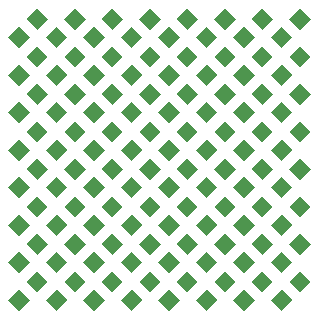
<source format=gbr>
G04 #@! TF.FileFunction,Soldermask,Top*
%FSLAX46Y46*%
G04 Gerber Fmt 4.6, Leading zero omitted, Abs format (unit mm)*
G04 Created by KiCad (PCBNEW 4.0.7) date 07/30/18 20:26:39*
%MOMM*%
%LPD*%
G01*
G04 APERTURE LIST*
%ADD10C,0.100000*%
G04 APERTURE END LIST*
D10*
G36*
X136667817Y-73232944D02*
X137587056Y-74152183D01*
X136667817Y-75071422D01*
X135748578Y-74152183D01*
X136667817Y-73232944D01*
X136667817Y-73232944D01*
G37*
G36*
X135112183Y-74788578D02*
X136031422Y-75707817D01*
X135112183Y-76627056D01*
X134192944Y-75707817D01*
X135112183Y-74788578D01*
X135112183Y-74788578D01*
G37*
G36*
X136667817Y-82757944D02*
X137587056Y-83677183D01*
X136667817Y-84596422D01*
X135748578Y-83677183D01*
X136667817Y-82757944D01*
X136667817Y-82757944D01*
G37*
G36*
X135112183Y-84313578D02*
X136031422Y-85232817D01*
X135112183Y-86152056D01*
X134192944Y-85232817D01*
X135112183Y-84313578D01*
X135112183Y-84313578D01*
G37*
G36*
X136667817Y-76407944D02*
X137587056Y-77327183D01*
X136667817Y-78246422D01*
X135748578Y-77327183D01*
X136667817Y-76407944D01*
X136667817Y-76407944D01*
G37*
G36*
X135112183Y-77963578D02*
X136031422Y-78882817D01*
X135112183Y-79802056D01*
X134192944Y-78882817D01*
X135112183Y-77963578D01*
X135112183Y-77963578D01*
G37*
G36*
X136667817Y-79582944D02*
X137587056Y-80502183D01*
X136667817Y-81421422D01*
X135748578Y-80502183D01*
X136667817Y-79582944D01*
X136667817Y-79582944D01*
G37*
G36*
X135112183Y-81138578D02*
X136031422Y-82057817D01*
X135112183Y-82977056D01*
X134192944Y-82057817D01*
X135112183Y-81138578D01*
X135112183Y-81138578D01*
G37*
G36*
X136667817Y-85932944D02*
X137587056Y-86852183D01*
X136667817Y-87771422D01*
X135748578Y-86852183D01*
X136667817Y-85932944D01*
X136667817Y-85932944D01*
G37*
G36*
X135112183Y-87488578D02*
X136031422Y-88407817D01*
X135112183Y-89327056D01*
X134192944Y-88407817D01*
X135112183Y-87488578D01*
X135112183Y-87488578D01*
G37*
G36*
X136667817Y-89107944D02*
X137587056Y-90027183D01*
X136667817Y-90946422D01*
X135748578Y-90027183D01*
X136667817Y-89107944D01*
X136667817Y-89107944D01*
G37*
G36*
X135112183Y-90663578D02*
X136031422Y-91582817D01*
X135112183Y-92502056D01*
X134192944Y-91582817D01*
X135112183Y-90663578D01*
X135112183Y-90663578D01*
G37*
G36*
X136667817Y-92282944D02*
X137587056Y-93202183D01*
X136667817Y-94121422D01*
X135748578Y-93202183D01*
X136667817Y-92282944D01*
X136667817Y-92282944D01*
G37*
G36*
X135112183Y-93838578D02*
X136031422Y-94757817D01*
X135112183Y-95677056D01*
X134192944Y-94757817D01*
X135112183Y-93838578D01*
X135112183Y-93838578D01*
G37*
G36*
X136667817Y-95457944D02*
X137587056Y-96377183D01*
X136667817Y-97296422D01*
X135748578Y-96377183D01*
X136667817Y-95457944D01*
X136667817Y-95457944D01*
G37*
G36*
X135112183Y-97013578D02*
X136031422Y-97932817D01*
X135112183Y-98852056D01*
X134192944Y-97932817D01*
X135112183Y-97013578D01*
X135112183Y-97013578D01*
G37*
G36*
X139842817Y-73232944D02*
X140762056Y-74152183D01*
X139842817Y-75071422D01*
X138923578Y-74152183D01*
X139842817Y-73232944D01*
X139842817Y-73232944D01*
G37*
G36*
X138287183Y-74788578D02*
X139206422Y-75707817D01*
X138287183Y-76627056D01*
X137367944Y-75707817D01*
X138287183Y-74788578D01*
X138287183Y-74788578D01*
G37*
G36*
X139842817Y-76407944D02*
X140762056Y-77327183D01*
X139842817Y-78246422D01*
X138923578Y-77327183D01*
X139842817Y-76407944D01*
X139842817Y-76407944D01*
G37*
G36*
X138287183Y-77963578D02*
X139206422Y-78882817D01*
X138287183Y-79802056D01*
X137367944Y-78882817D01*
X138287183Y-77963578D01*
X138287183Y-77963578D01*
G37*
G36*
X139842817Y-79582944D02*
X140762056Y-80502183D01*
X139842817Y-81421422D01*
X138923578Y-80502183D01*
X139842817Y-79582944D01*
X139842817Y-79582944D01*
G37*
G36*
X138287183Y-81138578D02*
X139206422Y-82057817D01*
X138287183Y-82977056D01*
X137367944Y-82057817D01*
X138287183Y-81138578D01*
X138287183Y-81138578D01*
G37*
G36*
X139842817Y-82757944D02*
X140762056Y-83677183D01*
X139842817Y-84596422D01*
X138923578Y-83677183D01*
X139842817Y-82757944D01*
X139842817Y-82757944D01*
G37*
G36*
X138287183Y-84313578D02*
X139206422Y-85232817D01*
X138287183Y-86152056D01*
X137367944Y-85232817D01*
X138287183Y-84313578D01*
X138287183Y-84313578D01*
G37*
G36*
X139842817Y-85932944D02*
X140762056Y-86852183D01*
X139842817Y-87771422D01*
X138923578Y-86852183D01*
X139842817Y-85932944D01*
X139842817Y-85932944D01*
G37*
G36*
X138287183Y-87488578D02*
X139206422Y-88407817D01*
X138287183Y-89327056D01*
X137367944Y-88407817D01*
X138287183Y-87488578D01*
X138287183Y-87488578D01*
G37*
G36*
X139842817Y-89107944D02*
X140762056Y-90027183D01*
X139842817Y-90946422D01*
X138923578Y-90027183D01*
X139842817Y-89107944D01*
X139842817Y-89107944D01*
G37*
G36*
X138287183Y-90663578D02*
X139206422Y-91582817D01*
X138287183Y-92502056D01*
X137367944Y-91582817D01*
X138287183Y-90663578D01*
X138287183Y-90663578D01*
G37*
G36*
X139842817Y-92282944D02*
X140762056Y-93202183D01*
X139842817Y-94121422D01*
X138923578Y-93202183D01*
X139842817Y-92282944D01*
X139842817Y-92282944D01*
G37*
G36*
X138287183Y-93838578D02*
X139206422Y-94757817D01*
X138287183Y-95677056D01*
X137367944Y-94757817D01*
X138287183Y-93838578D01*
X138287183Y-93838578D01*
G37*
G36*
X139842817Y-95457944D02*
X140762056Y-96377183D01*
X139842817Y-97296422D01*
X138923578Y-96377183D01*
X139842817Y-95457944D01*
X139842817Y-95457944D01*
G37*
G36*
X138287183Y-97013578D02*
X139206422Y-97932817D01*
X138287183Y-98852056D01*
X137367944Y-97932817D01*
X138287183Y-97013578D01*
X138287183Y-97013578D01*
G37*
G36*
X143017817Y-73232944D02*
X143937056Y-74152183D01*
X143017817Y-75071422D01*
X142098578Y-74152183D01*
X143017817Y-73232944D01*
X143017817Y-73232944D01*
G37*
G36*
X141462183Y-74788578D02*
X142381422Y-75707817D01*
X141462183Y-76627056D01*
X140542944Y-75707817D01*
X141462183Y-74788578D01*
X141462183Y-74788578D01*
G37*
G36*
X143017817Y-76407944D02*
X143937056Y-77327183D01*
X143017817Y-78246422D01*
X142098578Y-77327183D01*
X143017817Y-76407944D01*
X143017817Y-76407944D01*
G37*
G36*
X141462183Y-77963578D02*
X142381422Y-78882817D01*
X141462183Y-79802056D01*
X140542944Y-78882817D01*
X141462183Y-77963578D01*
X141462183Y-77963578D01*
G37*
G36*
X143017817Y-79582944D02*
X143937056Y-80502183D01*
X143017817Y-81421422D01*
X142098578Y-80502183D01*
X143017817Y-79582944D01*
X143017817Y-79582944D01*
G37*
G36*
X141462183Y-81138578D02*
X142381422Y-82057817D01*
X141462183Y-82977056D01*
X140542944Y-82057817D01*
X141462183Y-81138578D01*
X141462183Y-81138578D01*
G37*
G36*
X143017817Y-82757944D02*
X143937056Y-83677183D01*
X143017817Y-84596422D01*
X142098578Y-83677183D01*
X143017817Y-82757944D01*
X143017817Y-82757944D01*
G37*
G36*
X141462183Y-84313578D02*
X142381422Y-85232817D01*
X141462183Y-86152056D01*
X140542944Y-85232817D01*
X141462183Y-84313578D01*
X141462183Y-84313578D01*
G37*
G36*
X143017817Y-85932944D02*
X143937056Y-86852183D01*
X143017817Y-87771422D01*
X142098578Y-86852183D01*
X143017817Y-85932944D01*
X143017817Y-85932944D01*
G37*
G36*
X141462183Y-87488578D02*
X142381422Y-88407817D01*
X141462183Y-89327056D01*
X140542944Y-88407817D01*
X141462183Y-87488578D01*
X141462183Y-87488578D01*
G37*
G36*
X143017817Y-89107944D02*
X143937056Y-90027183D01*
X143017817Y-90946422D01*
X142098578Y-90027183D01*
X143017817Y-89107944D01*
X143017817Y-89107944D01*
G37*
G36*
X141462183Y-90663578D02*
X142381422Y-91582817D01*
X141462183Y-92502056D01*
X140542944Y-91582817D01*
X141462183Y-90663578D01*
X141462183Y-90663578D01*
G37*
G36*
X143017817Y-92282944D02*
X143937056Y-93202183D01*
X143017817Y-94121422D01*
X142098578Y-93202183D01*
X143017817Y-92282944D01*
X143017817Y-92282944D01*
G37*
G36*
X141462183Y-93838578D02*
X142381422Y-94757817D01*
X141462183Y-95677056D01*
X140542944Y-94757817D01*
X141462183Y-93838578D01*
X141462183Y-93838578D01*
G37*
G36*
X143017817Y-95457944D02*
X143937056Y-96377183D01*
X143017817Y-97296422D01*
X142098578Y-96377183D01*
X143017817Y-95457944D01*
X143017817Y-95457944D01*
G37*
G36*
X141462183Y-97013578D02*
X142381422Y-97932817D01*
X141462183Y-98852056D01*
X140542944Y-97932817D01*
X141462183Y-97013578D01*
X141462183Y-97013578D01*
G37*
G36*
X146192817Y-73232944D02*
X147112056Y-74152183D01*
X146192817Y-75071422D01*
X145273578Y-74152183D01*
X146192817Y-73232944D01*
X146192817Y-73232944D01*
G37*
G36*
X144637183Y-74788578D02*
X145556422Y-75707817D01*
X144637183Y-76627056D01*
X143717944Y-75707817D01*
X144637183Y-74788578D01*
X144637183Y-74788578D01*
G37*
G36*
X146192817Y-76407944D02*
X147112056Y-77327183D01*
X146192817Y-78246422D01*
X145273578Y-77327183D01*
X146192817Y-76407944D01*
X146192817Y-76407944D01*
G37*
G36*
X144637183Y-77963578D02*
X145556422Y-78882817D01*
X144637183Y-79802056D01*
X143717944Y-78882817D01*
X144637183Y-77963578D01*
X144637183Y-77963578D01*
G37*
G36*
X146192817Y-79582944D02*
X147112056Y-80502183D01*
X146192817Y-81421422D01*
X145273578Y-80502183D01*
X146192817Y-79582944D01*
X146192817Y-79582944D01*
G37*
G36*
X144637183Y-81138578D02*
X145556422Y-82057817D01*
X144637183Y-82977056D01*
X143717944Y-82057817D01*
X144637183Y-81138578D01*
X144637183Y-81138578D01*
G37*
G36*
X146192817Y-82757944D02*
X147112056Y-83677183D01*
X146192817Y-84596422D01*
X145273578Y-83677183D01*
X146192817Y-82757944D01*
X146192817Y-82757944D01*
G37*
G36*
X144637183Y-84313578D02*
X145556422Y-85232817D01*
X144637183Y-86152056D01*
X143717944Y-85232817D01*
X144637183Y-84313578D01*
X144637183Y-84313578D01*
G37*
G36*
X146192817Y-85932944D02*
X147112056Y-86852183D01*
X146192817Y-87771422D01*
X145273578Y-86852183D01*
X146192817Y-85932944D01*
X146192817Y-85932944D01*
G37*
G36*
X144637183Y-87488578D02*
X145556422Y-88407817D01*
X144637183Y-89327056D01*
X143717944Y-88407817D01*
X144637183Y-87488578D01*
X144637183Y-87488578D01*
G37*
G36*
X146192817Y-89107944D02*
X147112056Y-90027183D01*
X146192817Y-90946422D01*
X145273578Y-90027183D01*
X146192817Y-89107944D01*
X146192817Y-89107944D01*
G37*
G36*
X144637183Y-90663578D02*
X145556422Y-91582817D01*
X144637183Y-92502056D01*
X143717944Y-91582817D01*
X144637183Y-90663578D01*
X144637183Y-90663578D01*
G37*
G36*
X146192817Y-92282944D02*
X147112056Y-93202183D01*
X146192817Y-94121422D01*
X145273578Y-93202183D01*
X146192817Y-92282944D01*
X146192817Y-92282944D01*
G37*
G36*
X144637183Y-93838578D02*
X145556422Y-94757817D01*
X144637183Y-95677056D01*
X143717944Y-94757817D01*
X144637183Y-93838578D01*
X144637183Y-93838578D01*
G37*
G36*
X146192817Y-95457944D02*
X147112056Y-96377183D01*
X146192817Y-97296422D01*
X145273578Y-96377183D01*
X146192817Y-95457944D01*
X146192817Y-95457944D01*
G37*
G36*
X144637183Y-97013578D02*
X145556422Y-97932817D01*
X144637183Y-98852056D01*
X143717944Y-97932817D01*
X144637183Y-97013578D01*
X144637183Y-97013578D01*
G37*
G36*
X149367817Y-73232944D02*
X150287056Y-74152183D01*
X149367817Y-75071422D01*
X148448578Y-74152183D01*
X149367817Y-73232944D01*
X149367817Y-73232944D01*
G37*
G36*
X147812183Y-74788578D02*
X148731422Y-75707817D01*
X147812183Y-76627056D01*
X146892944Y-75707817D01*
X147812183Y-74788578D01*
X147812183Y-74788578D01*
G37*
G36*
X149367817Y-76407944D02*
X150287056Y-77327183D01*
X149367817Y-78246422D01*
X148448578Y-77327183D01*
X149367817Y-76407944D01*
X149367817Y-76407944D01*
G37*
G36*
X147812183Y-77963578D02*
X148731422Y-78882817D01*
X147812183Y-79802056D01*
X146892944Y-78882817D01*
X147812183Y-77963578D01*
X147812183Y-77963578D01*
G37*
G36*
X149367817Y-79582944D02*
X150287056Y-80502183D01*
X149367817Y-81421422D01*
X148448578Y-80502183D01*
X149367817Y-79582944D01*
X149367817Y-79582944D01*
G37*
G36*
X147812183Y-81138578D02*
X148731422Y-82057817D01*
X147812183Y-82977056D01*
X146892944Y-82057817D01*
X147812183Y-81138578D01*
X147812183Y-81138578D01*
G37*
G36*
X149367817Y-82757944D02*
X150287056Y-83677183D01*
X149367817Y-84596422D01*
X148448578Y-83677183D01*
X149367817Y-82757944D01*
X149367817Y-82757944D01*
G37*
G36*
X147812183Y-84313578D02*
X148731422Y-85232817D01*
X147812183Y-86152056D01*
X146892944Y-85232817D01*
X147812183Y-84313578D01*
X147812183Y-84313578D01*
G37*
G36*
X149367817Y-85932944D02*
X150287056Y-86852183D01*
X149367817Y-87771422D01*
X148448578Y-86852183D01*
X149367817Y-85932944D01*
X149367817Y-85932944D01*
G37*
G36*
X147812183Y-87488578D02*
X148731422Y-88407817D01*
X147812183Y-89327056D01*
X146892944Y-88407817D01*
X147812183Y-87488578D01*
X147812183Y-87488578D01*
G37*
G36*
X149367817Y-89107944D02*
X150287056Y-90027183D01*
X149367817Y-90946422D01*
X148448578Y-90027183D01*
X149367817Y-89107944D01*
X149367817Y-89107944D01*
G37*
G36*
X147812183Y-90663578D02*
X148731422Y-91582817D01*
X147812183Y-92502056D01*
X146892944Y-91582817D01*
X147812183Y-90663578D01*
X147812183Y-90663578D01*
G37*
G36*
X149367817Y-92282944D02*
X150287056Y-93202183D01*
X149367817Y-94121422D01*
X148448578Y-93202183D01*
X149367817Y-92282944D01*
X149367817Y-92282944D01*
G37*
G36*
X147812183Y-93838578D02*
X148731422Y-94757817D01*
X147812183Y-95677056D01*
X146892944Y-94757817D01*
X147812183Y-93838578D01*
X147812183Y-93838578D01*
G37*
G36*
X149367817Y-95457944D02*
X150287056Y-96377183D01*
X149367817Y-97296422D01*
X148448578Y-96377183D01*
X149367817Y-95457944D01*
X149367817Y-95457944D01*
G37*
G36*
X147812183Y-97013578D02*
X148731422Y-97932817D01*
X147812183Y-98852056D01*
X146892944Y-97932817D01*
X147812183Y-97013578D01*
X147812183Y-97013578D01*
G37*
G36*
X152542817Y-73232944D02*
X153462056Y-74152183D01*
X152542817Y-75071422D01*
X151623578Y-74152183D01*
X152542817Y-73232944D01*
X152542817Y-73232944D01*
G37*
G36*
X150987183Y-74788578D02*
X151906422Y-75707817D01*
X150987183Y-76627056D01*
X150067944Y-75707817D01*
X150987183Y-74788578D01*
X150987183Y-74788578D01*
G37*
G36*
X152542817Y-76407944D02*
X153462056Y-77327183D01*
X152542817Y-78246422D01*
X151623578Y-77327183D01*
X152542817Y-76407944D01*
X152542817Y-76407944D01*
G37*
G36*
X150987183Y-77963578D02*
X151906422Y-78882817D01*
X150987183Y-79802056D01*
X150067944Y-78882817D01*
X150987183Y-77963578D01*
X150987183Y-77963578D01*
G37*
G36*
X152542817Y-79582944D02*
X153462056Y-80502183D01*
X152542817Y-81421422D01*
X151623578Y-80502183D01*
X152542817Y-79582944D01*
X152542817Y-79582944D01*
G37*
G36*
X150987183Y-81138578D02*
X151906422Y-82057817D01*
X150987183Y-82977056D01*
X150067944Y-82057817D01*
X150987183Y-81138578D01*
X150987183Y-81138578D01*
G37*
G36*
X152542817Y-82757944D02*
X153462056Y-83677183D01*
X152542817Y-84596422D01*
X151623578Y-83677183D01*
X152542817Y-82757944D01*
X152542817Y-82757944D01*
G37*
G36*
X150987183Y-84313578D02*
X151906422Y-85232817D01*
X150987183Y-86152056D01*
X150067944Y-85232817D01*
X150987183Y-84313578D01*
X150987183Y-84313578D01*
G37*
G36*
X152542817Y-85932944D02*
X153462056Y-86852183D01*
X152542817Y-87771422D01*
X151623578Y-86852183D01*
X152542817Y-85932944D01*
X152542817Y-85932944D01*
G37*
G36*
X150987183Y-87488578D02*
X151906422Y-88407817D01*
X150987183Y-89327056D01*
X150067944Y-88407817D01*
X150987183Y-87488578D01*
X150987183Y-87488578D01*
G37*
G36*
X152542817Y-89107944D02*
X153462056Y-90027183D01*
X152542817Y-90946422D01*
X151623578Y-90027183D01*
X152542817Y-89107944D01*
X152542817Y-89107944D01*
G37*
G36*
X150987183Y-90663578D02*
X151906422Y-91582817D01*
X150987183Y-92502056D01*
X150067944Y-91582817D01*
X150987183Y-90663578D01*
X150987183Y-90663578D01*
G37*
G36*
X152542817Y-92282944D02*
X153462056Y-93202183D01*
X152542817Y-94121422D01*
X151623578Y-93202183D01*
X152542817Y-92282944D01*
X152542817Y-92282944D01*
G37*
G36*
X150987183Y-93838578D02*
X151906422Y-94757817D01*
X150987183Y-95677056D01*
X150067944Y-94757817D01*
X150987183Y-93838578D01*
X150987183Y-93838578D01*
G37*
G36*
X152542817Y-95457944D02*
X153462056Y-96377183D01*
X152542817Y-97296422D01*
X151623578Y-96377183D01*
X152542817Y-95457944D01*
X152542817Y-95457944D01*
G37*
G36*
X150987183Y-97013578D02*
X151906422Y-97932817D01*
X150987183Y-98852056D01*
X150067944Y-97932817D01*
X150987183Y-97013578D01*
X150987183Y-97013578D01*
G37*
G36*
X155717817Y-73232944D02*
X156637056Y-74152183D01*
X155717817Y-75071422D01*
X154798578Y-74152183D01*
X155717817Y-73232944D01*
X155717817Y-73232944D01*
G37*
G36*
X154162183Y-74788578D02*
X155081422Y-75707817D01*
X154162183Y-76627056D01*
X153242944Y-75707817D01*
X154162183Y-74788578D01*
X154162183Y-74788578D01*
G37*
G36*
X155717817Y-76407944D02*
X156637056Y-77327183D01*
X155717817Y-78246422D01*
X154798578Y-77327183D01*
X155717817Y-76407944D01*
X155717817Y-76407944D01*
G37*
G36*
X154162183Y-77963578D02*
X155081422Y-78882817D01*
X154162183Y-79802056D01*
X153242944Y-78882817D01*
X154162183Y-77963578D01*
X154162183Y-77963578D01*
G37*
G36*
X155717817Y-79582944D02*
X156637056Y-80502183D01*
X155717817Y-81421422D01*
X154798578Y-80502183D01*
X155717817Y-79582944D01*
X155717817Y-79582944D01*
G37*
G36*
X154162183Y-81138578D02*
X155081422Y-82057817D01*
X154162183Y-82977056D01*
X153242944Y-82057817D01*
X154162183Y-81138578D01*
X154162183Y-81138578D01*
G37*
G36*
X155717817Y-82757944D02*
X156637056Y-83677183D01*
X155717817Y-84596422D01*
X154798578Y-83677183D01*
X155717817Y-82757944D01*
X155717817Y-82757944D01*
G37*
G36*
X154162183Y-84313578D02*
X155081422Y-85232817D01*
X154162183Y-86152056D01*
X153242944Y-85232817D01*
X154162183Y-84313578D01*
X154162183Y-84313578D01*
G37*
G36*
X155717817Y-85932944D02*
X156637056Y-86852183D01*
X155717817Y-87771422D01*
X154798578Y-86852183D01*
X155717817Y-85932944D01*
X155717817Y-85932944D01*
G37*
G36*
X154162183Y-87488578D02*
X155081422Y-88407817D01*
X154162183Y-89327056D01*
X153242944Y-88407817D01*
X154162183Y-87488578D01*
X154162183Y-87488578D01*
G37*
G36*
X155717817Y-89107944D02*
X156637056Y-90027183D01*
X155717817Y-90946422D01*
X154798578Y-90027183D01*
X155717817Y-89107944D01*
X155717817Y-89107944D01*
G37*
G36*
X154162183Y-90663578D02*
X155081422Y-91582817D01*
X154162183Y-92502056D01*
X153242944Y-91582817D01*
X154162183Y-90663578D01*
X154162183Y-90663578D01*
G37*
G36*
X155717817Y-92282944D02*
X156637056Y-93202183D01*
X155717817Y-94121422D01*
X154798578Y-93202183D01*
X155717817Y-92282944D01*
X155717817Y-92282944D01*
G37*
G36*
X154162183Y-93838578D02*
X155081422Y-94757817D01*
X154162183Y-95677056D01*
X153242944Y-94757817D01*
X154162183Y-93838578D01*
X154162183Y-93838578D01*
G37*
G36*
X155717817Y-95457944D02*
X156637056Y-96377183D01*
X155717817Y-97296422D01*
X154798578Y-96377183D01*
X155717817Y-95457944D01*
X155717817Y-95457944D01*
G37*
G36*
X154162183Y-97013578D02*
X155081422Y-97932817D01*
X154162183Y-98852056D01*
X153242944Y-97932817D01*
X154162183Y-97013578D01*
X154162183Y-97013578D01*
G37*
G36*
X158892817Y-73232944D02*
X159812056Y-74152183D01*
X158892817Y-75071422D01*
X157973578Y-74152183D01*
X158892817Y-73232944D01*
X158892817Y-73232944D01*
G37*
G36*
X157337183Y-74788578D02*
X158256422Y-75707817D01*
X157337183Y-76627056D01*
X156417944Y-75707817D01*
X157337183Y-74788578D01*
X157337183Y-74788578D01*
G37*
G36*
X158892817Y-76407944D02*
X159812056Y-77327183D01*
X158892817Y-78246422D01*
X157973578Y-77327183D01*
X158892817Y-76407944D01*
X158892817Y-76407944D01*
G37*
G36*
X157337183Y-77963578D02*
X158256422Y-78882817D01*
X157337183Y-79802056D01*
X156417944Y-78882817D01*
X157337183Y-77963578D01*
X157337183Y-77963578D01*
G37*
G36*
X158892817Y-79582944D02*
X159812056Y-80502183D01*
X158892817Y-81421422D01*
X157973578Y-80502183D01*
X158892817Y-79582944D01*
X158892817Y-79582944D01*
G37*
G36*
X157337183Y-81138578D02*
X158256422Y-82057817D01*
X157337183Y-82977056D01*
X156417944Y-82057817D01*
X157337183Y-81138578D01*
X157337183Y-81138578D01*
G37*
G36*
X158892817Y-82757944D02*
X159812056Y-83677183D01*
X158892817Y-84596422D01*
X157973578Y-83677183D01*
X158892817Y-82757944D01*
X158892817Y-82757944D01*
G37*
G36*
X157337183Y-84313578D02*
X158256422Y-85232817D01*
X157337183Y-86152056D01*
X156417944Y-85232817D01*
X157337183Y-84313578D01*
X157337183Y-84313578D01*
G37*
G36*
X158892817Y-85932944D02*
X159812056Y-86852183D01*
X158892817Y-87771422D01*
X157973578Y-86852183D01*
X158892817Y-85932944D01*
X158892817Y-85932944D01*
G37*
G36*
X157337183Y-87488578D02*
X158256422Y-88407817D01*
X157337183Y-89327056D01*
X156417944Y-88407817D01*
X157337183Y-87488578D01*
X157337183Y-87488578D01*
G37*
G36*
X158892817Y-89107944D02*
X159812056Y-90027183D01*
X158892817Y-90946422D01*
X157973578Y-90027183D01*
X158892817Y-89107944D01*
X158892817Y-89107944D01*
G37*
G36*
X157337183Y-90663578D02*
X158256422Y-91582817D01*
X157337183Y-92502056D01*
X156417944Y-91582817D01*
X157337183Y-90663578D01*
X157337183Y-90663578D01*
G37*
G36*
X158892817Y-92282944D02*
X159812056Y-93202183D01*
X158892817Y-94121422D01*
X157973578Y-93202183D01*
X158892817Y-92282944D01*
X158892817Y-92282944D01*
G37*
G36*
X157337183Y-93838578D02*
X158256422Y-94757817D01*
X157337183Y-95677056D01*
X156417944Y-94757817D01*
X157337183Y-93838578D01*
X157337183Y-93838578D01*
G37*
G36*
X158892817Y-95457944D02*
X159812056Y-96377183D01*
X158892817Y-97296422D01*
X157973578Y-96377183D01*
X158892817Y-95457944D01*
X158892817Y-95457944D01*
G37*
G36*
X157337183Y-97013578D02*
X158256422Y-97932817D01*
X157337183Y-98852056D01*
X156417944Y-97932817D01*
X157337183Y-97013578D01*
X157337183Y-97013578D01*
G37*
M02*

</source>
